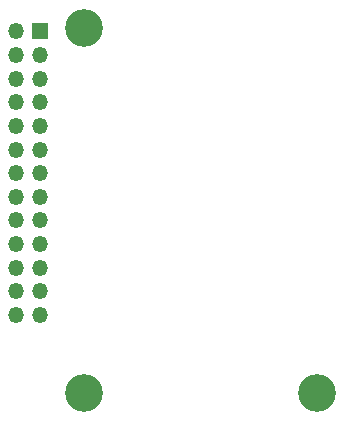
<source format=gbs>
G04 #@! TF.GenerationSoftware,KiCad,Pcbnew,(6.0.7)*
G04 #@! TF.CreationDate,2022-10-21T23:47:13+08:00*
G04 #@! TF.ProjectId,pcb_front,7063625f-6672-46f6-9e74-2e6b69636164,rev?*
G04 #@! TF.SameCoordinates,Original*
G04 #@! TF.FileFunction,Soldermask,Bot*
G04 #@! TF.FilePolarity,Negative*
%FSLAX46Y46*%
G04 Gerber Fmt 4.6, Leading zero omitted, Abs format (unit mm)*
G04 Created by KiCad (PCBNEW (6.0.7)) date 2022-10-21 23:47:13*
%MOMM*%
%LPD*%
G01*
G04 APERTURE LIST*
%ADD10C,3.200000*%
%ADD11R,1.350000X1.350000*%
%ADD12O,1.350000X1.350000*%
G04 APERTURE END LIST*
D10*
X5750000Y-30614100D03*
X5750000Y250000D03*
X25500000Y-30614100D03*
D11*
X2000000Y0D03*
D12*
X0Y0D03*
X2000000Y-2000000D03*
X0Y-2000000D03*
X2000000Y-4000000D03*
X0Y-4000000D03*
X2000000Y-6000000D03*
X0Y-6000000D03*
X2000000Y-8000000D03*
X0Y-8000000D03*
X2000000Y-10000000D03*
X0Y-10000000D03*
X2000000Y-12000000D03*
X0Y-12000000D03*
X2000000Y-14000000D03*
X0Y-14000000D03*
X2000000Y-16000000D03*
X0Y-16000000D03*
X2000000Y-18000000D03*
X0Y-18000000D03*
X2000000Y-20000000D03*
X0Y-20000000D03*
X2000000Y-22000000D03*
X0Y-22000000D03*
X2000000Y-24000000D03*
X0Y-24000000D03*
M02*

</source>
